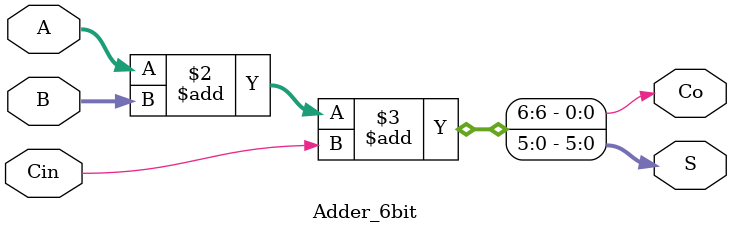
<source format=v>
`timescale 1ns / 1ps


module Adder_6bit(A, B, Cin, S, Co);
    
    input [5:0] A, B;
    input Cin;
    output reg [5:0] S;
    output reg Co;
    
    always @* {Co, S} = A + B + Cin; 
    
endmodule

</source>
